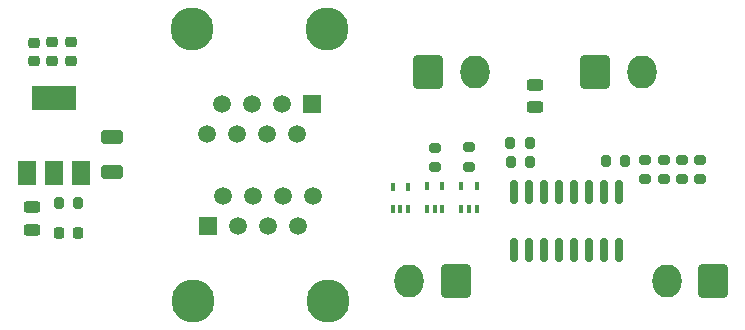
<source format=gts>
G04 #@! TF.GenerationSoftware,KiCad,Pcbnew,8.0.0-rc1*
G04 #@! TF.CreationDate,2025-03-11T15:01:50+03:00*
G04 #@! TF.ProjectId,KSS_MD_V1.0,4b53535f-4d44-45f5-9631-2e302e6b6963,rev?*
G04 #@! TF.SameCoordinates,Original*
G04 #@! TF.FileFunction,Soldermask,Top*
G04 #@! TF.FilePolarity,Negative*
%FSLAX46Y46*%
G04 Gerber Fmt 4.6, Leading zero omitted, Abs format (unit mm)*
G04 Created by KiCad (PCBNEW 8.0.0-rc1) date 2025-03-11 15:01:50*
%MOMM*%
%LPD*%
G01*
G04 APERTURE LIST*
G04 Aperture macros list*
%AMRoundRect*
0 Rectangle with rounded corners*
0 $1 Rounding radius*
0 $2 $3 $4 $5 $6 $7 $8 $9 X,Y pos of 4 corners*
0 Add a 4 corners polygon primitive as box body*
4,1,4,$2,$3,$4,$5,$6,$7,$8,$9,$2,$3,0*
0 Add four circle primitives for the rounded corners*
1,1,$1+$1,$2,$3*
1,1,$1+$1,$4,$5*
1,1,$1+$1,$6,$7*
1,1,$1+$1,$8,$9*
0 Add four rect primitives between the rounded corners*
20,1,$1+$1,$2,$3,$4,$5,0*
20,1,$1+$1,$4,$5,$6,$7,0*
20,1,$1+$1,$6,$7,$8,$9,0*
20,1,$1+$1,$8,$9,$2,$3,0*%
G04 Aperture macros list end*
%ADD10RoundRect,0.273809X-0.676191X0.301191X-0.676191X-0.301191X0.676191X-0.301191X0.676191X0.301191X0*%
%ADD11R,0.400000X0.650000*%
%ADD12RoundRect,0.250000X0.980000X1.150000X-0.980000X1.150000X-0.980000X-1.150000X0.980000X-1.150000X0*%
%ADD13O,2.460000X2.800000*%
%ADD14RoundRect,0.200000X-0.275000X0.200000X-0.275000X-0.200000X0.275000X-0.200000X0.275000X0.200000X0*%
%ADD15RoundRect,0.200000X0.200000X0.275000X-0.200000X0.275000X-0.200000X-0.275000X0.200000X-0.275000X0*%
%ADD16RoundRect,0.225000X0.250000X-0.225000X0.250000X0.225000X-0.250000X0.225000X-0.250000X-0.225000X0*%
%ADD17RoundRect,0.225000X0.225000X0.250000X-0.225000X0.250000X-0.225000X-0.250000X0.225000X-0.250000X0*%
%ADD18RoundRect,0.150000X0.150000X-0.825000X0.150000X0.825000X-0.150000X0.825000X-0.150000X-0.825000X0*%
%ADD19RoundRect,0.250000X-0.980000X-1.150000X0.980000X-1.150000X0.980000X1.150000X-0.980000X1.150000X0*%
%ADD20RoundRect,0.243750X-0.456250X0.243750X-0.456250X-0.243750X0.456250X-0.243750X0.456250X0.243750X0*%
%ADD21RoundRect,0.200000X-0.200000X-0.275000X0.200000X-0.275000X0.200000X0.275000X-0.200000X0.275000X0*%
%ADD22C,3.650000*%
%ADD23R,1.500000X1.500000*%
%ADD24C,1.500000*%
%ADD25R,1.500000X2.000000*%
%ADD26R,3.800000X2.000000*%
%ADD27RoundRect,0.243750X0.456250X-0.243750X0.456250X0.243750X-0.456250X0.243750X-0.456250X-0.243750X0*%
G04 APERTURE END LIST*
D10*
X103065200Y-91231000D03*
X103065200Y-88281000D03*
D11*
X132655200Y-94316000D03*
X133305200Y-94316000D03*
X133955200Y-94316000D03*
X133955200Y-92416000D03*
X132655200Y-92416000D03*
X129745200Y-94336000D03*
X130395200Y-94336000D03*
X131045200Y-94336000D03*
X131045200Y-92436000D03*
X129745200Y-92436000D03*
D12*
X132175200Y-100466000D03*
D13*
X128215200Y-100466000D03*
D14*
X130435200Y-89161000D03*
X130435200Y-90811000D03*
D15*
X146540200Y-90256000D03*
X144890200Y-90256000D03*
D16*
X98005200Y-81791000D03*
X98005200Y-80241000D03*
D14*
X148205200Y-90181000D03*
X148205200Y-91831000D03*
D17*
X100165200Y-96406000D03*
X98615200Y-96406000D03*
D15*
X100235200Y-93816000D03*
X98585200Y-93816000D03*
D18*
X137095200Y-97856000D03*
X138365200Y-97856000D03*
X139635200Y-97856000D03*
X140905200Y-97856000D03*
X142175200Y-97856000D03*
X143445200Y-97856000D03*
X144715200Y-97856000D03*
X145985200Y-97856000D03*
X145985200Y-92906000D03*
X144715200Y-92906000D03*
X143445200Y-92906000D03*
X142175200Y-92906000D03*
X140905200Y-92906000D03*
X139635200Y-92906000D03*
X138365200Y-92906000D03*
X137095200Y-92906000D03*
D14*
X152885200Y-90166000D03*
X152885200Y-91816000D03*
X151345200Y-90166000D03*
X151345200Y-91816000D03*
D11*
X126825200Y-94356000D03*
X127475200Y-94356000D03*
X128125200Y-94356000D03*
X128125200Y-92456000D03*
X126825200Y-92456000D03*
D14*
X133295200Y-89111000D03*
X133295200Y-90761000D03*
D19*
X129820600Y-82779400D03*
D13*
X133780600Y-82779400D03*
D20*
X138855200Y-83848500D03*
X138855200Y-85723500D03*
D21*
X136800200Y-88776000D03*
X138450200Y-88776000D03*
D22*
X109972500Y-102100000D03*
X121402500Y-102100000D03*
D23*
X111242500Y-95750000D03*
D24*
X112512500Y-93210000D03*
X113782500Y-95750000D03*
X115052500Y-93210000D03*
X116322500Y-95750000D03*
X117592500Y-93210000D03*
X118862500Y-95750000D03*
X120132500Y-93210000D03*
D21*
X136820200Y-90346000D03*
X138470200Y-90346000D03*
D22*
X121294500Y-79088600D03*
X109864500Y-79088600D03*
D23*
X120024500Y-85438600D03*
D24*
X118754500Y-87978600D03*
X117484500Y-85438600D03*
X116214500Y-87978600D03*
X114944500Y-85438600D03*
X113674500Y-87978600D03*
X112404500Y-85438600D03*
X111134500Y-87978600D03*
D19*
X143967200Y-82754000D03*
D13*
X147927200Y-82754000D03*
D16*
X99565200Y-81791000D03*
X99565200Y-80241000D03*
D25*
X95845200Y-91266000D03*
X98145200Y-91266000D03*
D26*
X98145200Y-84966000D03*
D25*
X100445200Y-91266000D03*
D16*
X96465200Y-81811000D03*
X96465200Y-80261000D03*
D27*
X96260200Y-96083500D03*
X96260200Y-94208500D03*
D14*
X149795200Y-90181000D03*
X149795200Y-91831000D03*
D12*
X153985200Y-100406000D03*
D13*
X150025200Y-100406000D03*
M02*

</source>
